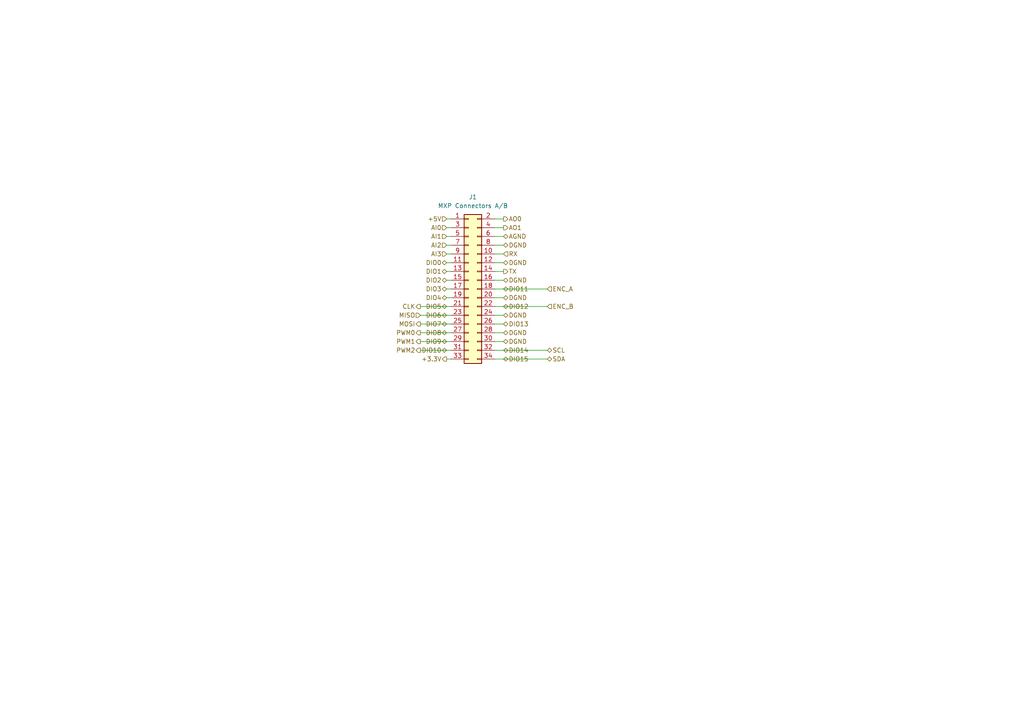
<source format=kicad_sch>
(kicad_sch (version 20230121) (generator eeschema)
  (paper "A4")
  (lib_symbols
    (symbol "Connector_Generic:Conn_02x17_Odd_Even" (pin_names (offset 1.016) hide)
      (property "Reference" "J" (at 1.27 22.86 0))
      (property "Value" "Conn_02x17_Odd_Even" (at 1.27 -22.86 0))
      (symbol "Conn_02x17_Odd_Even_1_1"
        (rectangle (start -1.27 -20.193) (end 0 -20.447) (stroke (width 0.1524)))
        (rectangle (start -1.27 -17.653) (end 0 -17.907) (stroke (width 0.1524)))
        (rectangle (start -1.27 -15.113) (end 0 -15.367) (stroke (width 0.1524)))
        (rectangle (start -1.27 -12.573) (end 0 -12.827) (stroke (width 0.1524)))
        (rectangle (start -1.27 -10.033) (end 0 -10.287) (stroke (width 0.1524)))
        (rectangle (start -1.27 -7.493) (end 0 -7.747) (stroke (width 0.1524)))
        (rectangle (start -1.27 -4.953) (end 0 -5.207) (stroke (width 0.1524)))
        (rectangle (start -1.27 -2.413) (end 0 -2.667) (stroke (width 0.1524)))
        (rectangle (start -1.27 0.127) (end 0 -0.127) (stroke (width 0.1524)))
        (rectangle (start -1.27 2.667) (end 0 2.413) (stroke (width 0.1524)))
        (rectangle (start -1.27 5.207) (end 0 4.953) (stroke (width 0.1524)))
        (rectangle (start -1.27 7.747) (end 0 7.493) (stroke (width 0.1524)))
        (rectangle (start -1.27 10.287) (end 0 10.033) (stroke (width 0.1524)))
        (rectangle (start -1.27 12.827) (end 0 12.573) (stroke (width 0.1524)))
        (rectangle (start -1.27 15.367) (end 0 15.113) (stroke (width 0.1524)))
        (rectangle (start -1.27 17.907) (end 0 17.653) (stroke (width 0.1524)))
        (rectangle (start -1.27 20.447) (end 0 20.193) (stroke (width 0.1524)))
        (rectangle (start -1.27 21.59) (end 3.81 -21.59) (stroke (width 0.254)) (fill (type background)))
        (rectangle (start 3.81 -20.193) (end 2.54 -20.447) (stroke (width 0.1524)))
        (rectangle (start 3.81 -17.653) (end 2.54 -17.907) (stroke (width 0.1524)))
        (rectangle (start 3.81 -15.113) (end 2.54 -15.367) (stroke (width 0.1524)))
        (rectangle (start 3.81 -12.573) (end 2.54 -12.827) (stroke (width 0.1524)))
        (rectangle (start 3.81 -10.033) (end 2.54 -10.287) (stroke (width 0.1524)))
        (rectangle (start 3.81 -7.493) (end 2.54 -7.747) (stroke (width 0.1524)))
        (rectangle (start 3.81 -4.953) (end 2.54 -5.207) (stroke (width 0.1524)))
        (rectangle (start 3.81 -2.413) (end 2.54 -2.667) (stroke (width 0.1524)))
        (rectangle (start 3.81 0.127) (end 2.54 -0.127) (stroke (width 0.1524)))
        (rectangle (start 3.81 2.667) (end 2.54 2.413) (stroke (width 0.1524)))
        (rectangle (start 3.81 5.207) (end 2.54 4.953) (stroke (width 0.1524)))
        (rectangle (start 3.81 7.747) (end 2.54 7.493) (stroke (width 0.1524)))
        (rectangle (start 3.81 10.287) (end 2.54 10.033) (stroke (width 0.1524)))
        (rectangle (start 3.81 12.827) (end 2.54 12.573) (stroke (width 0.1524)))
        (rectangle (start 3.81 15.367) (end 2.54 15.113) (stroke (width 0.1524)))
        (rectangle (start 3.81 17.907) (end 2.54 17.653) (stroke (width 0.1524)))
        (rectangle (start 3.81 20.447) (end 2.54 20.193) (stroke (width 0.1524)))
        (pin passive line (at -5.08 20.32 0) (length 3.81) (name "Pin_1") (number "1"))
        (pin passive line (at 7.62 10.16 180) (length 3.81) (name "Pin_10") (number "10"))
        (pin passive line (at -5.08 7.62 0) (length 3.81) (name "Pin_11") (number "11"))
        (pin passive line (at 7.62 7.62 180) (length 3.81) (name "Pin_12") (number "12"))
        (pin passive line (at -5.08 5.08 0) (length 3.81) (name "Pin_13") (number "13"))
        (pin passive line (at 7.62 5.08 180) (length 3.81) (name "Pin_14") (number "14"))
        (pin passive line (at -5.08 2.54 0) (length 3.81) (name "Pin_15") (number "15"))
        (pin passive line (at 7.62 2.54 180) (length 3.81) (name "Pin_16") (number "16"))
        (pin passive line (at -5.08 0 0) (length 3.81) (name "Pin_17") (number "17"))
        (pin passive line (at 7.62 0 180) (length 3.81) (name "Pin_18") (number "18"))
        (pin passive line (at -5.08 -2.54 0) (length 3.81) (name "Pin_19") (number "19"))
        (pin passive line (at 7.62 20.32 180) (length 3.81) (name "Pin_2") (number "2"))
        (pin passive line (at 7.62 -2.54 180) (length 3.81) (name "Pin_20") (number "20"))
        (pin passive line (at -5.08 -5.08 0) (length 3.81) (name "Pin_21") (number "21"))
        (pin passive line (at 7.62 -5.08 180) (length 3.81) (name "Pin_22") (number "22"))
        (pin passive line (at -5.08 -7.62 0) (length 3.81) (name "Pin_23") (number "23"))
        (pin passive line (at 7.62 -7.62 180) (length 3.81) (name "Pin_24") (number "24"))
        (pin passive line (at -5.08 -10.16 0) (length 3.81) (name "Pin_25") (number "25"))
        (pin passive line (at 7.62 -10.16 180) (length 3.81) (name "Pin_26") (number "26"))
        (pin passive line (at -5.08 -12.7 0) (length 3.81) (name "Pin_27") (number "27"))
        (pin passive line (at 7.62 -12.7 180) (length 3.81) (name "Pin_28") (number "28"))
        (pin passive line (at -5.08 -15.24 0) (length 3.81) (name "Pin_29") (number "29"))
        (pin passive line (at -5.08 17.78 0) (length 3.81) (name "Pin_3") (number "3"))
        (pin passive line (at 7.62 -15.24 180) (length 3.81) (name "Pin_30") (number "30"))
        (pin passive line (at -5.08 -17.78 0) (length 3.81) (name "Pin_31") (number "31"))
        (pin passive line (at 7.62 -17.78 180) (length 3.81) (name "Pin_32") (number "32"))
        (pin passive line (at -5.08 -20.32 0) (length 3.81) (name "Pin_33") (number "33"))
        (pin passive line (at 7.62 -20.32 180) (length 3.81) (name "Pin_34") (number "34"))
        (pin passive line (at 7.62 17.78 180) (length 3.81) (name "Pin_4") (number "4"))
        (pin passive line (at -5.08 15.24 0) (length 3.81) (name "Pin_5") (number "5"))
        (pin passive line (at 7.62 15.24 180) (length 3.81) (name "Pin_6") (number "6"))
        (pin passive line (at -5.08 12.7 0) (length 3.81) (name "Pin_7") (number "7"))
        (pin passive line (at 7.62 12.7 180) (length 3.81) (name "Pin_8") (number "8"))
        (pin passive line (at -5.08 10.16 0) (length 3.81) (name "Pin_9") (number "9"))
      )
    )
  )
  (wire (pts (xy 121.92 101.6) (xy 130.81 101.6)))
  (wire (pts (xy 121.92 93.98) (xy 130.81 93.98)))
  (wire (pts (xy 146.05 76.2) (xy 143.51 76.2)))
  (wire (pts (xy 146.05 71.12) (xy 143.51 71.12)))
  (wire (pts (xy 129.54 76.2) (xy 130.81 76.2)))
  (wire (pts (xy 121.92 99.06) (xy 130.81 99.06)))
  (wire (pts (xy 146.05 78.74) (xy 143.51 78.74)))
  (wire (pts (xy 129.54 71.12) (xy 130.81 71.12)))
  (wire (pts (xy 146.05 86.36) (xy 143.51 86.36)))
  (wire (pts (xy 129.54 73.66) (xy 130.81 73.66)))
  (wire (pts (xy 129.54 68.58) (xy 130.81 68.58)))
  (wire (pts (xy 129.54 66.04) (xy 130.81 66.04)))
  (wire (pts (xy 146.05 99.06) (xy 143.51 99.06)))
  (wire (pts (xy 158.75 101.6) (xy 143.51 101.6)))
  (wire (pts (xy 129.54 83.82) (xy 130.81 83.82)))
  (wire (pts (xy 146.05 73.66) (xy 143.51 73.66)))
  (wire (pts (xy 121.92 88.9) (xy 130.81 88.9)))
  (wire (pts (xy 121.92 96.52) (xy 130.81 96.52)))
  (wire (pts (xy 146.05 91.44) (xy 143.51 91.44)))
  (wire (pts (xy 158.75 88.9) (xy 143.51 88.9)))
  (wire (pts (xy 146.05 81.28) (xy 143.51 81.28)))
  (wire (pts (xy 143.51 104.14) (xy 158.75 104.14)))
  (wire (pts (xy 129.54 78.74) (xy 130.81 78.74)))
  (wire (pts (xy 158.75 83.82) (xy 143.51 83.82)))
  (wire (pts (xy 146.05 66.04) (xy 143.51 66.04)))
  (wire (pts (xy 121.92 91.44) (xy 130.81 91.44)))
  (wire (pts (xy 146.05 68.58) (xy 143.51 68.58)))
  (wire (pts (xy 146.05 63.5) (xy 143.51 63.5)))
  (wire (pts (xy 129.54 86.36) (xy 130.81 86.36)))
  (wire (pts (xy 129.54 104.14) (xy 130.81 104.14)))
  (wire (pts (xy 146.05 96.52) (xy 143.51 96.52)))
  (wire (pts (xy 146.05 93.98) (xy 143.51 93.98)))
  (wire (pts (xy 129.54 63.5) (xy 130.81 63.5)))
  (wire (pts (xy 129.54 81.28) (xy 130.81 81.28)))
  (hierarchical_label "DIO1" (shape bidirectional) (at 129.54 78.74 180))
  (hierarchical_label "AO0" (shape output) (at 146.05 63.5 0))
  (hierarchical_label "AI2" (shape input) (at 129.54 71.12 180))
  (hierarchical_label "DIO6" (shape bidirectional) (at 129.54 91.44 180))
  (hierarchical_label "DGND" (shape bidirectional) (at 146.05 96.52 0))
  (hierarchical_label "AI0" (shape input) (at 129.54 66.04 180))
  (hierarchical_label "CLK" (shape output) (at 121.92 88.9 180))
  (hierarchical_label "AI3" (shape input) (at 129.54 73.66 180))
  (hierarchical_label "DIO11" (shape bidirectional) (at 146.05 83.82 0))
  (hierarchical_label "DGND" (shape bidirectional) (at 146.05 91.44 0))
  (hierarchical_label "DGND" (shape bidirectional) (at 146.05 86.36 0))
  (hierarchical_label "RX" (shape input) (at 146.05 73.66 0))
  (hierarchical_label "DIO4" (shape bidirectional) (at 129.54 86.36 180))
  (hierarchical_label "AGND" (shape bidirectional) (at 146.05 68.58 0))
  (hierarchical_label "DGND" (shape bidirectional) (at 146.05 81.28 0))
  (hierarchical_label "DIO8" (shape bidirectional) (at 129.54 96.52 180))
  (hierarchical_label "DGND" (shape bidirectional) (at 146.05 99.06 0))
  (hierarchical_label "DIO12" (shape bidirectional) (at 146.05 88.9 0))
  (hierarchical_label "DGND" (shape bidirectional) (at 146.05 76.2 0))
  (hierarchical_label "DIO10" (shape bidirectional) (at 129.54 101.6 180))
  (hierarchical_label "TX" (shape output) (at 146.05 78.74 0))
  (hierarchical_label "DIO0" (shape bidirectional) (at 129.54 76.2 180))
  (hierarchical_label "SDA" (shape bidirectional) (at 158.75 104.14 0))
  (hierarchical_label "+5V" (shape input) (at 129.54 63.5 180))
  (hierarchical_label "MISO" (shape input) (at 121.92 91.44 180))
  (hierarchical_label "+3.3V" (shape output) (at 129.54 104.14 180))
  (hierarchical_label "DIO3" (shape bidirectional) (at 129.54 83.82 180))
  (hierarchical_label "PWM2" (shape output) (at 121.92 101.6 180))
  (hierarchical_label "PWM1" (shape output) (at 121.92 99.06 180))
  (hierarchical_label "PWM0" (shape output) (at 121.92 96.52 180))
  (hierarchical_label "DIO14" (shape bidirectional) (at 146.05 101.6 0))
  (hierarchical_label "DIO13" (shape bidirectional) (at 146.05 93.98 0))
  (hierarchical_label "MOSI" (shape output) (at 121.92 93.98 180))
  (hierarchical_label "ENC_B" (shape input) (at 158.75 88.9 0))
  (hierarchical_label "SCL" (shape bidirectional) (at 158.75 101.6 0))
  (hierarchical_label "DIO5" (shape bidirectional) (at 129.54 88.9 180))
  (hierarchical_label "AO1" (shape output) (at 146.05 66.04 0))
  (hierarchical_label "DIO7" (shape bidirectional) (at 129.54 93.98 180))
  (hierarchical_label "AI1" (shape input) (at 129.54 68.58 180))
  (hierarchical_label "DIO9" (shape bidirectional) (at 129.54 99.06 180))
  (hierarchical_label "ENC_A" (shape input) (at 158.75 83.82 0))
  (hierarchical_label "DGND" (shape bidirectional) (at 146.05 71.12 0))
  (hierarchical_label "DIO15" (shape bidirectional) (at 146.05 104.14 0))
  (hierarchical_label "DIO2" (shape bidirectional) (at 129.54 81.28 180))
  (symbol (lib_id "Connector_Generic:Conn_02x17_Odd_Even") (at 135.89 83.82 0) (unit 1)
    (property "Reference" "J1" (at 137.16 57.15 0))
    (property "Value" "MXP Connectors A/B" (at 137.16 59.69 0))
    (property "Footprint" "Connector_IDC:IDC-Header_2x17_P2.54mm_Vertical" (effects hide))
    (instances (project "SP Distribution" (path "" (reference "J1") (unit 1)) (path "" (reference "J1") (unit 1)) (path "" (reference "J6") (unit 1))))
  )
)
</source>
